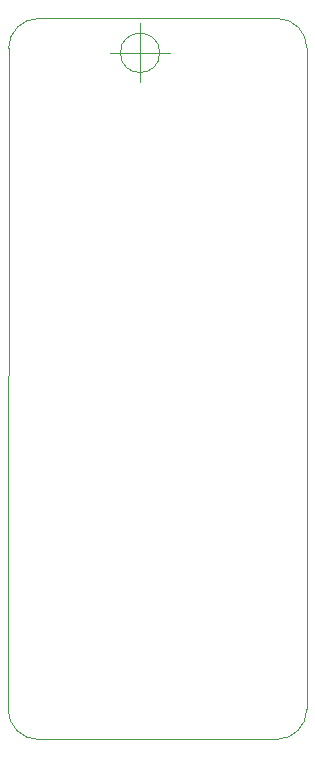
<source format=gm1>
G04 #@! TF.GenerationSoftware,KiCad,Pcbnew,8.0.2*
G04 #@! TF.CreationDate,2024-06-13T23:11:37+12:00*
G04 #@! TF.ProjectId,LAN-Module-PoE-Castellated,4c414e2d-4d6f-4647-956c-652d506f452d,rev?*
G04 #@! TF.SameCoordinates,Original*
G04 #@! TF.FileFunction,Profile,NP*
%FSLAX46Y46*%
G04 Gerber Fmt 4.6, Leading zero omitted, Abs format (unit mm)*
G04 Created by KiCad (PCBNEW 8.0.2) date 2024-06-13 23:11:37*
%MOMM*%
%LPD*%
G01*
G04 APERTURE LIST*
G04 #@! TA.AperFunction,Profile*
%ADD10C,0.100000*%
G04 #@! TD*
G04 APERTURE END LIST*
D10*
X52000000Y-32500000D02*
X31790000Y-32500000D01*
X29250000Y-35040000D02*
G75*
G02*
X31790000Y-32500000I2540000J0D01*
G01*
X52000000Y-32500000D02*
G75*
G02*
X54500000Y-35000000I0J-2500000D01*
G01*
X54500000Y-91000000D02*
G75*
G02*
X51960000Y-93540000I-2540000J0D01*
G01*
X31750000Y-93540000D02*
G75*
G02*
X29210000Y-91000000I0J2540000D01*
G01*
X29250000Y-35040000D02*
X29210000Y-91000000D01*
X31750000Y-93540000D02*
X51960000Y-93540000D01*
X54500000Y-91000000D02*
X54500000Y-35000000D01*
X42046666Y-35420000D02*
G75*
G02*
X38713334Y-35420000I-1666666J0D01*
G01*
X38713334Y-35420000D02*
G75*
G02*
X42046666Y-35420000I1666666J0D01*
G01*
X37880000Y-35420000D02*
X42880000Y-35420000D01*
X40380000Y-32920000D02*
X40380000Y-37920000D01*
M02*

</source>
